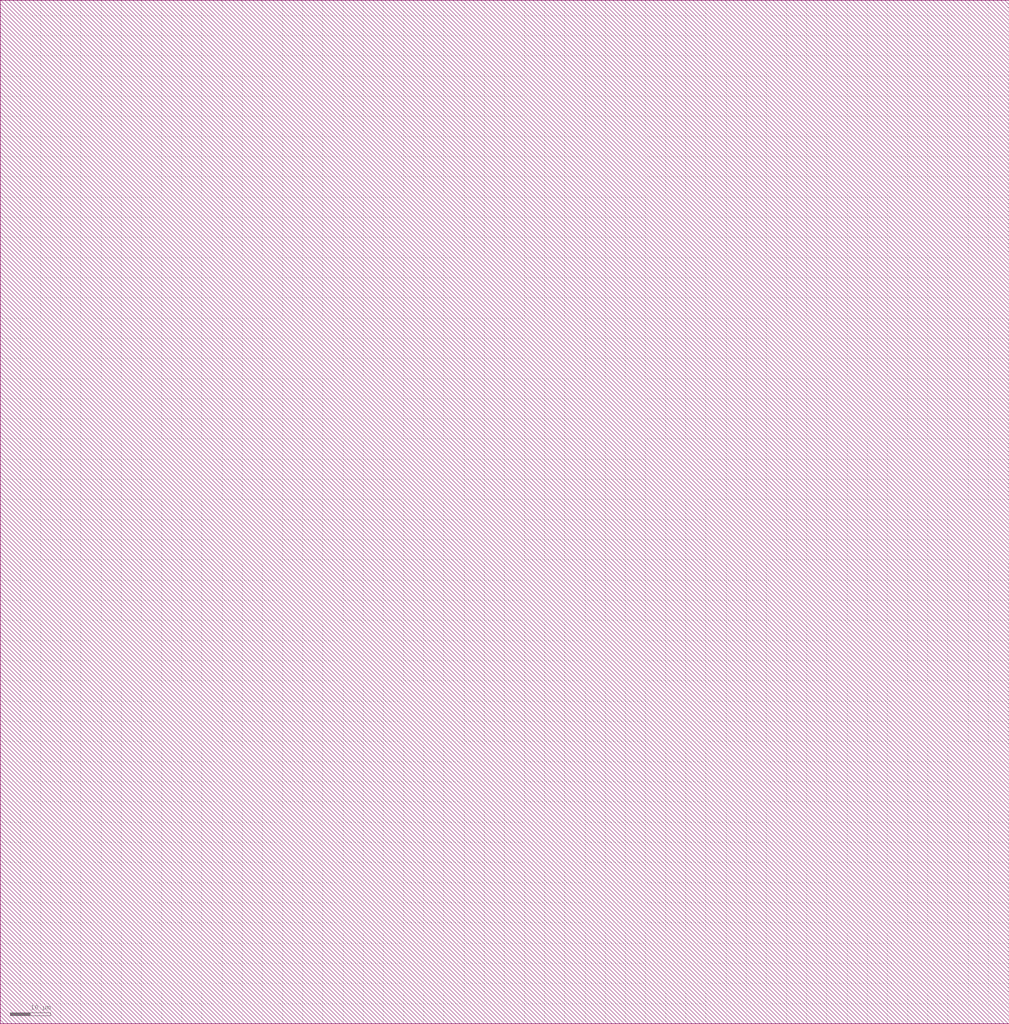
<source format=lef>
VERSION 5.6 ;

BUSBITCHARS "[]" ;

DIVIDERCHAR "/" ;

UNITS
    DATABASE MICRONS 1000 ;
END UNITS

MANUFACTURINGGRID 0.005000 ; 

CLEARANCEMEASURE EUCLIDEAN ; 

USEMINSPACING OBS ON ; 

SITE CoreSite
    CLASS CORE ;
    SIZE 0.600000 BY 0.300000 ;
END CoreSite

LAYER li
   TYPE ROUTING ;
   DIRECTION VERTICAL ;
   MINWIDTH 0.300000 ;
   AREA 0.056250 ;
   WIDTH 0.300000 ;
   SPACINGTABLE
      PARALLELRUNLENGTH 0.0
      WIDTH 0.0 0.225000 ;
   PITCH 0.600000 0.600000 ;
END li

LAYER mcon
    TYPE CUT ;
    SPACING 0.225000 ;
    WIDTH 0.300000 ;
    ENCLOSURE ABOVE 0.075000 0.075000 ;
    ENCLOSURE BELOW 0.000000 0.000000 ;
END mcon

LAYER met1
   TYPE ROUTING ;
   DIRECTION HORIZONTAL ;
   MINWIDTH 0.150000 ;
   AREA 0.084375 ;
   WIDTH 0.150000 ;
   SPACINGTABLE
      PARALLELRUNLENGTH 0.0
      WIDTH 0.0 0.150000 ;
   PITCH 0.300000 0.300000 ;
END met1

LAYER v1
    TYPE CUT ;
    SPACING 0.075000 ;
    WIDTH 0.300000 ;
    ENCLOSURE ABOVE 0.075000 0.075000 ;
    ENCLOSURE BELOW 0.075000 0.075000 ;
END v1

LAYER met2
   TYPE ROUTING ;
   DIRECTION VERTICAL ;
   MINWIDTH 0.150000 ;
   AREA 0.073125 ;
   WIDTH 0.150000 ;
   SPACINGTABLE
      PARALLELRUNLENGTH 0.0
      WIDTH 0.0 0.150000 ;
   PITCH 0.300000 0.300000 ;
END met2

LAYER v2
    TYPE CUT ;
    SPACING 0.150000 ;
    WIDTH 0.300000 ;
    ENCLOSURE ABOVE 0.075000 0.075000 ;
    ENCLOSURE BELOW 0.075000 0.000000 ;
END v2

LAYER met3
   TYPE ROUTING ;
   DIRECTION HORIZONTAL ;
   MINWIDTH 0.300000 ;
   AREA 0.241875 ;
   WIDTH 0.300000 ;
   SPACINGTABLE
      PARALLELRUNLENGTH 0.0
      WIDTH 0.0 0.300000 ;
   PITCH 0.600000 0.600000 ;
END met3

LAYER v3
    TYPE CUT ;
    SPACING 0.150000 ;
    WIDTH 0.450000 ;
    ENCLOSURE ABOVE 0.075000 0.075000 ;
    ENCLOSURE BELOW 0.075000 0.000000 ;
END v3

LAYER met4
   TYPE ROUTING ;
   DIRECTION VERTICAL ;
   MINWIDTH 0.300000 ;
   AREA 0.241875 ;
   WIDTH 0.300000 ;
   SPACINGTABLE
      PARALLELRUNLENGTH 0.0
      WIDTH 0.0 0.300000 ;
   PITCH 0.600000 0.600000 ;
END met4

LAYER v4
    TYPE CUT ;
    SPACING 0.450000 ;
    WIDTH 1.200000 ;
    ENCLOSURE ABOVE 0.150000 0.150000 ;
    ENCLOSURE BELOW 0.000000 0.000000 ;
END v4

LAYER met5
   TYPE ROUTING ;
   DIRECTION HORIZONTAL ;
   MINWIDTH 1.650000 ;
   AREA 4.005000 ;
   WIDTH 1.650000 ;
   SPACINGTABLE
      PARALLELRUNLENGTH 0.0
      WIDTH 0.0 1.650000 ;
   PITCH 3.300000 3.300000 ;
END met5

LAYER OVERLAP
   TYPE OVERLAP ;
END OVERLAP

VIA mcon_C DEFAULT
   LAYER li ;
     RECT -0.150000 -0.150000 0.150000 0.150000 ;
   LAYER mcon ;
     RECT -0.150000 -0.150000 0.150000 0.150000 ;
   LAYER met1 ;
     RECT -0.225000 -0.225000 0.225000 0.225000 ;
END mcon_C

VIA v1_C DEFAULT
   LAYER met1 ;
     RECT -0.225000 -0.225000 0.225000 0.225000 ;
   LAYER v1 ;
     RECT -0.150000 -0.150000 0.150000 0.150000 ;
   LAYER met2 ;
     RECT -0.225000 -0.225000 0.225000 0.225000 ;
END v1_C

VIA v2_C DEFAULT
   LAYER met2 ;
     RECT -0.150000 -0.225000 0.150000 0.225000 ;
   LAYER v2 ;
     RECT -0.150000 -0.150000 0.150000 0.150000 ;
   LAYER met3 ;
     RECT -0.225000 -0.225000 0.225000 0.225000 ;
END v2_C

VIA v2_Ch
   LAYER met2 ;
     RECT -0.225000 -0.150000 0.225000 0.150000 ;
   LAYER v2 ;
     RECT -0.150000 -0.150000 0.150000 0.150000 ;
   LAYER met3 ;
     RECT -0.225000 -0.225000 0.225000 0.225000 ;
END v2_Ch

VIA v2_Cv
   LAYER met2 ;
     RECT -0.150000 -0.225000 0.150000 0.225000 ;
   LAYER v2 ;
     RECT -0.150000 -0.150000 0.150000 0.150000 ;
   LAYER met3 ;
     RECT -0.225000 -0.225000 0.225000 0.225000 ;
END v2_Cv

VIA v3_C DEFAULT
   LAYER met3 ;
     RECT -0.300000 -0.225000 0.300000 0.225000 ;
   LAYER v3 ;
     RECT -0.225000 -0.225000 0.225000 0.225000 ;
   LAYER met4 ;
     RECT -0.300000 -0.300000 0.300000 0.300000 ;
END v3_C

VIA v3_Ch
   LAYER met3 ;
     RECT -0.300000 -0.225000 0.300000 0.225000 ;
   LAYER v3 ;
     RECT -0.225000 -0.225000 0.225000 0.225000 ;
   LAYER met4 ;
     RECT -0.300000 -0.300000 0.300000 0.300000 ;
END v3_Ch

VIA v3_Cv
   LAYER met3 ;
     RECT -0.300000 -0.225000 0.300000 0.225000 ;
   LAYER v3 ;
     RECT -0.225000 -0.225000 0.225000 0.225000 ;
   LAYER met4 ;
     RECT -0.300000 -0.300000 0.300000 0.300000 ;
END v3_Cv

VIA v4_C DEFAULT
   LAYER met4 ;
     RECT -0.600000 -0.600000 0.600000 0.600000 ;
   LAYER v4 ;
     RECT -0.600000 -0.600000 0.600000 0.600000 ;
   LAYER met5 ;
     RECT -0.750000 -0.750000 0.750000 0.750000 ;
END v4_C

MACRO _0_0cell_0_0gcelem3x0
    CLASS CORE ;
    FOREIGN _0_0cell_0_0gcelem3x0 0.000000 0.000000 ;
    ORIGIN 0.000000 0.000000 ;
    SIZE 6.600000 BY 4.500000 ;
    SYMMETRY X Y ;
    SITE CoreSite ;
    PIN in_50_6
        DIRECTION INPUT ;
        USE SIGNAL ;
        PORT
        LAYER li ;
        RECT 0.600000 4.125000 0.900000 4.200000 ;
        RECT 0.600000 3.900000 0.675000 4.125000 ;
        RECT 0.675000 3.900000 0.900000 4.125000 ;
        RECT 2.775000 0.450000 3.000000 0.525000 ;
        RECT 2.775000 0.225000 3.000000 0.450000 ;
        RECT 2.775000 0.150000 3.000000 0.225000 ;
        RECT 2.250000 3.450000 2.475000 3.675000 ;
        RECT 2.250000 1.575000 2.475000 3.450000 ;
        RECT 2.250000 1.350000 2.625000 1.575000 ;
        RECT 2.625000 1.350000 2.850000 1.575000 ;
        RECT 2.850000 1.350000 2.925000 1.575000 ;
        LAYER mcon ;
        RECT 0.675000 3.900000 0.900000 4.125000 ;
        RECT 2.250000 3.450000 2.475000 3.675000 ;
        RECT 2.625000 1.350000 2.850000 1.575000 ;
        RECT 2.775000 0.225000 3.000000 0.450000 ;
        LAYER met1 ;
        RECT 0.600000 4.125000 0.975000 4.200000 ;
        RECT 0.600000 3.900000 0.675000 4.125000 ;
        RECT 0.600000 3.825000 0.975000 3.900000 ;
        RECT 0.675000 3.900000 0.900000 4.125000 ;
        RECT 0.900000 3.900000 0.975000 4.125000 ;
        RECT 0.750000 3.750000 0.975000 3.825000 ;
        RECT 0.750000 3.675000 2.550000 3.750000 ;
        RECT 0.750000 3.600000 2.250000 3.675000 ;
        RECT 2.175000 3.450000 2.250000 3.600000 ;
        RECT 2.175000 3.375000 2.550000 3.450000 ;
        RECT 2.250000 3.450000 2.475000 3.675000 ;
        RECT 2.475000 3.450000 2.550000 3.675000 ;
        RECT 2.700000 0.525000 2.850000 1.275000 ;
        RECT 2.700000 0.450000 3.075000 0.525000 ;
        RECT 2.700000 0.225000 2.775000 0.450000 ;
        RECT 2.700000 0.150000 3.075000 0.225000 ;
        RECT 2.775000 0.225000 3.000000 0.450000 ;
        RECT 3.000000 0.225000 3.075000 0.450000 ;
        RECT 2.550000 1.575000 2.925000 1.650000 ;
        RECT 2.550000 1.350000 2.625000 1.575000 ;
        RECT 2.550000 1.275000 2.925000 1.350000 ;
        RECT 2.625000 1.350000 2.850000 1.575000 ;
        RECT 2.850000 1.350000 2.925000 1.575000 ;
        END
        ANTENNAGATEAREA 0.371250 ;
    END in_50_6
    PIN in_51_6
        DIRECTION INPUT ;
        USE SIGNAL ;
        PORT
        LAYER li ;
        RECT 1.725000 4.200000 2.175000 4.350000 ;
        RECT 1.725000 3.975000 1.875000 4.200000 ;
        RECT 1.725000 3.900000 2.175000 3.975000 ;
        RECT 1.875000 3.975000 2.100000 4.200000 ;
        RECT 2.100000 3.975000 2.175000 4.200000 ;
        END
        ANTENNAGATEAREA 0.371250 ;
    END in_51_6
    PIN in_52_6
        DIRECTION INPUT ;
        USE SIGNAL ;
        PORT
        LAYER li ;
        RECT 3.000000 3.900000 3.675000 3.975000 ;
        RECT 3.000000 3.675000 3.075000 3.900000 ;
        RECT 3.075000 3.675000 3.300000 3.900000 ;
        RECT 3.300000 3.975000 3.675000 4.350000 ;
        RECT 3.300000 3.675000 3.675000 3.900000 ;
        END
        ANTENNAGATEAREA 0.371250 ;
    END in_52_6
    PIN out
        DIRECTION OUTPUT ;
        USE SIGNAL ;
        PORT
        LAYER li ;
        RECT 0.600000 0.750000 0.675000 0.975000 ;
        RECT 0.600000 0.600000 0.900000 0.750000 ;
        RECT 0.675000 0.750000 0.900000 0.975000 ;
        RECT 2.250000 0.750000 2.475000 0.975000 ;
        RECT 2.475000 0.750000 3.675000 0.975000 ;
        RECT 3.675000 0.750000 3.900000 0.975000 ;
        RECT 3.600000 0.975000 3.825000 2.400000 ;
        RECT 3.900000 0.825000 5.475000 0.975000 ;
        RECT 3.900000 0.750000 5.700000 0.825000 ;
        RECT 5.475000 0.825000 5.700000 1.050000 ;
        RECT 5.475000 1.050000 5.700000 1.125000 ;
        RECT 3.600000 2.625000 3.825000 2.700000 ;
        RECT 3.600000 2.400000 3.825000 2.625000 ;
        LAYER mcon ;
        RECT 0.675000 0.750000 0.900000 0.975000 ;
        RECT 2.250000 0.750000 2.475000 0.975000 ;
        LAYER met1 ;
        RECT 0.600000 0.975000 0.975000 1.050000 ;
        RECT 0.600000 0.750000 0.675000 0.975000 ;
        RECT 0.600000 0.675000 2.550000 0.750000 ;
        RECT 0.675000 0.750000 0.900000 0.975000 ;
        RECT 0.900000 0.825000 0.975000 0.975000 ;
        RECT 0.900000 0.750000 2.250000 0.825000 ;
        RECT 2.250000 0.750000 2.475000 0.975000 ;
        RECT 2.475000 0.750000 2.550000 0.975000 ;
        RECT 2.175000 0.975000 2.550000 1.050000 ;
        RECT 2.175000 0.825000 2.250000 0.975000 ;
        END
        ANTENNAGATEAREA 0.360000 ;
        ANTENNADIFFAREA 0.995625 ;
    END out
    PIN Vdd
        DIRECTION INPUT ;
        USE POWER ;
        PORT
        LAYER li ;
        RECT 0.600000 2.475000 0.675000 2.700000 ;
        RECT 0.675000 2.475000 0.900000 2.700000 ;
        RECT 0.900000 2.475000 0.975000 2.700000 ;
        RECT 1.200000 1.050000 1.875000 1.125000 ;
        RECT 1.200000 0.825000 1.425000 1.050000 ;
        RECT 1.200000 0.750000 1.425000 0.825000 ;
        RECT 1.425000 0.900000 1.875000 1.050000 ;
        RECT 1.650000 1.125000 1.875000 1.950000 ;
        RECT 1.650000 1.950000 1.875000 2.175000 ;
        RECT 4.200000 4.125000 4.500000 4.200000 ;
        RECT 4.200000 3.900000 4.275000 4.125000 ;
        RECT 4.275000 2.400000 4.500000 2.625000 ;
        RECT 4.275000 3.900000 4.500000 4.125000 ;
        RECT 4.500000 2.400000 4.950000 2.625000 ;
        RECT 4.950000 2.400000 5.175000 2.625000 ;
        RECT 5.175000 2.400000 5.250000 2.625000 ;
        LAYER mcon ;
        RECT 0.675000 2.475000 0.900000 2.700000 ;
        RECT 4.275000 3.900000 4.500000 4.125000 ;
        RECT 1.650000 1.950000 1.875000 2.175000 ;
        RECT 4.275000 2.400000 4.500000 2.625000 ;
        LAYER met1 ;
        RECT 0.600000 2.700000 4.425000 2.775000 ;
        RECT 0.600000 2.475000 0.675000 2.700000 ;
        RECT 0.600000 2.400000 0.975000 2.475000 ;
        RECT 0.675000 2.475000 0.900000 2.700000 ;
        RECT 4.200000 4.125000 4.575000 4.200000 ;
        RECT 0.900000 2.625000 4.575000 2.700000 ;
        RECT 0.900000 2.475000 0.975000 2.625000 ;
        RECT 4.200000 3.900000 4.275000 4.125000 ;
        RECT 4.200000 3.825000 4.575000 3.900000 ;
        RECT 4.275000 3.900000 4.500000 4.125000 ;
        RECT 1.575000 2.175000 1.950000 2.250000 ;
        RECT 1.575000 1.950000 1.650000 2.175000 ;
        RECT 1.575000 1.875000 1.950000 1.950000 ;
        RECT 4.500000 3.900000 4.575000 4.125000 ;
        RECT 1.650000 2.250000 1.800000 2.625000 ;
        RECT 1.650000 1.950000 1.875000 2.175000 ;
        RECT 1.875000 1.950000 1.950000 2.175000 ;
        RECT 4.275000 2.775000 4.425000 3.825000 ;
        RECT 4.200000 2.400000 4.275000 2.625000 ;
        RECT 4.200000 2.325000 4.575000 2.400000 ;
        RECT 4.275000 2.400000 4.500000 2.625000 ;
        RECT 4.500000 2.400000 4.575000 2.625000 ;
        END
        ANTENNAGATEAREA 0.945000 ;
        ANTENNADIFFAREA 0.630000 ;
    END Vdd
    PIN GND
        DIRECTION INPUT ;
        USE GROUND ;
        PORT
        LAYER li ;
        RECT 0.600000 1.425000 0.675000 1.650000 ;
        RECT 0.675000 1.425000 0.900000 1.650000 ;
        RECT 0.900000 1.425000 1.200000 1.650000 ;
        RECT 1.200000 1.650000 1.425000 3.075000 ;
        RECT 1.200000 1.425000 1.425000 1.650000 ;
        RECT 1.200000 3.300000 1.425000 3.375000 ;
        RECT 1.200000 3.075000 1.425000 3.300000 ;
        RECT 5.400000 4.125000 5.700000 4.200000 ;
        RECT 5.400000 3.900000 5.475000 4.125000 ;
        RECT 5.475000 3.900000 5.700000 4.125000 ;
        LAYER mcon ;
        RECT 1.200000 1.425000 1.425000 1.650000 ;
        RECT 5.475000 3.900000 5.700000 4.125000 ;
        LAYER met1 ;
        RECT 1.125000 1.650000 2.250000 1.725000 ;
        RECT 1.125000 1.425000 1.200000 1.650000 ;
        RECT 1.125000 1.350000 1.500000 1.425000 ;
        RECT 1.200000 1.425000 1.425000 1.650000 ;
        RECT 5.400000 4.125000 5.775000 4.200000 ;
        RECT 1.425000 1.575000 2.250000 1.650000 ;
        RECT 1.425000 1.425000 1.500000 1.575000 ;
        RECT 5.400000 3.825000 5.775000 3.900000 ;
        RECT 2.100000 2.325000 3.975000 2.475000 ;
        RECT 2.100000 1.725000 2.250000 2.325000 ;
        RECT 5.400000 3.900000 5.475000 4.125000 ;
        RECT 5.475000 3.900000 5.700000 4.125000 ;
        RECT 5.700000 3.900000 5.775000 4.125000 ;
        RECT 3.825000 2.025000 3.975000 2.325000 ;
        RECT 3.825000 1.875000 5.700000 2.025000 ;
        RECT 5.475000 2.025000 5.700000 3.825000 ;
        END
        ANTENNAGATEAREA 0.472500 ;
        ANTENNADIFFAREA 0.540000 ;
    END GND
    OBS
        LAYER li ;
        RECT 5.625000 1.725000 5.850000 2.400000 ;
        RECT 5.625000 1.500000 5.850000 1.725000 ;
        RECT 5.625000 1.425000 5.850000 1.500000 ;
        RECT 3.150000 3.300000 5.850000 3.450000 ;
        RECT 3.150000 3.075000 3.375000 3.300000 ;
        RECT 3.150000 3.000000 3.375000 3.075000 ;
        RECT 3.375000 3.225000 5.850000 3.300000 ;
        RECT 5.625000 2.625000 5.850000 3.225000 ;
        RECT 5.625000 2.400000 5.850000 2.625000 ;
    END
END _0_0cell_0_0gcelem3x0

MACRO welltap_svt
    CLASS CORE WELLTAP ;
    FOREIGN welltap_svt 0.000000 0.000000 ;
    ORIGIN 0.000000 0.000000 ;
    SIZE 1.200000 BY 2.100000 ;
    SYMMETRY X Y ;
    SITE CoreSite ;
    PIN Vdd
        DIRECTION INPUT ;
        USE POWER ;
        PORT
        LAYER li ;
        RECT 0.600000 1.500000 0.900000 1.800000 ;
        END
    END Vdd
    PIN GND
        DIRECTION INPUT ;
        USE GROUND ;
        PORT
        LAYER li ;
        RECT 0.600000 0.300000 0.900000 0.600000 ;
        END
    END GND
END welltap_svt

MACRO circuitppnp
   CLASS CORE ;
   FOREIGN circuitppnp 0.000000 0.000000 ;
   ORIGIN 0.000000 0.000000 ; 
   SIZE 250.200000 BY 253.800000 ; 
   SYMMETRY X Y ;
   SITE CoreSite ;
END circuitppnp

MACRO circuitwell
   CLASS CORE ;
   FOREIGN circuitwell 0.000000 0.000000 ;
   ORIGIN 0.000000 0.000000 ; 
   SIZE 250.200000 BY 253.800000 ; 
   SYMMETRY X Y ;
   SITE CoreSite ;
END circuitwell


</source>
